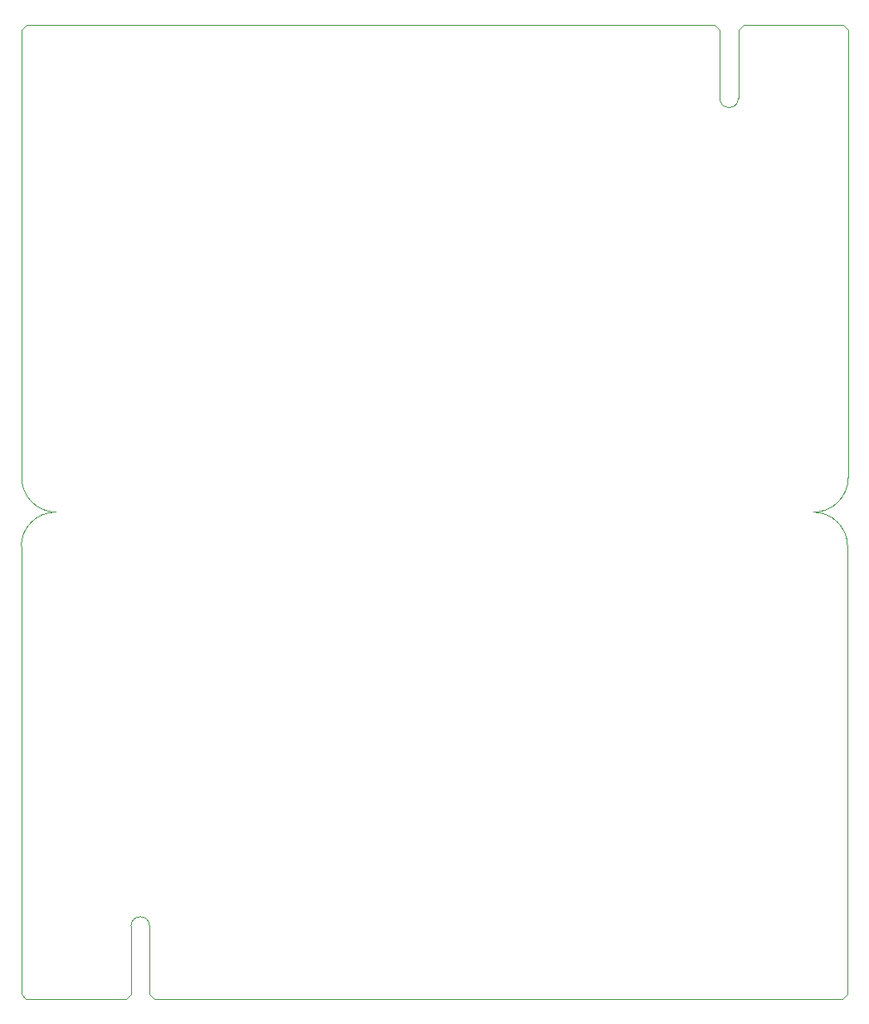
<source format=gbr>
%TF.GenerationSoftware,KiCad,Pcbnew,(5.1.6)-1*%
%TF.CreationDate,2020-06-21T16:42:46+09:00*%
%TF.ProjectId,CAN_Dual_H-Bridge_MD,43414e5f-4475-4616-9c5f-482d42726964,rev?*%
%TF.SameCoordinates,Original*%
%TF.FileFunction,Profile,NP*%
%FSLAX46Y46*%
G04 Gerber Fmt 4.6, Leading zero omitted, Abs format (unit mm)*
G04 Created by KiCad (PCBNEW (5.1.6)-1) date 2020-06-21 16:42:46*
%MOMM*%
%LPD*%
G01*
G04 APERTURE LIST*
%TA.AperFunction,Profile*%
%ADD10C,0.100000*%
%TD*%
G04 APERTURE END LIST*
D10*
X184680000Y-91500000D02*
G75*
G02*
X181180000Y-95000000I-3500000J0D01*
G01*
X100380000Y-91500000D02*
X100380000Y-53750000D01*
X184680000Y-91500000D02*
X184680000Y-53750000D01*
X103880000Y-95000000D02*
G75*
G02*
X100380000Y-91500000I0J3500000D01*
G01*
X100320000Y-98500000D02*
G75*
G02*
X103820000Y-95000000I3500000J0D01*
G01*
X181120000Y-95000000D02*
G75*
G02*
X184620000Y-98500000I0J-3500000D01*
G01*
X100320000Y-98500000D02*
X100320000Y-136250000D01*
X184620000Y-98500000D02*
X184620000Y-136250000D01*
%TO.C,J3*%
X100380000Y-45850000D02*
X100880000Y-45350000D01*
X171580000Y-45850000D02*
X171080000Y-45350000D01*
X173480000Y-45850000D02*
X173980000Y-45350000D01*
X184680000Y-45850000D02*
X184180000Y-45350000D01*
X171080000Y-45350000D02*
X100880000Y-45350000D01*
X100380000Y-53750000D02*
X100380000Y-45850000D01*
X184180000Y-45350000D02*
X173980000Y-45350000D01*
X184680000Y-53750000D02*
X184680000Y-45850000D01*
X171580000Y-52800000D02*
X171580000Y-45850000D01*
X173480000Y-52800000D02*
X173480000Y-45850000D01*
X173480000Y-52800000D02*
G75*
G02*
X171580000Y-52800000I-950000J0D01*
G01*
X111520000Y-137200000D02*
X111520000Y-144150000D01*
X113420000Y-137200000D02*
X113420000Y-144150000D01*
X100320000Y-136250000D02*
X100320000Y-144150000D01*
X100820000Y-144650000D02*
X111020000Y-144650000D01*
X184620000Y-136250000D02*
X184620000Y-144150000D01*
X113920000Y-144650000D02*
X184120000Y-144650000D01*
X100320000Y-144150000D02*
X100820000Y-144650000D01*
X111520000Y-144150000D02*
X111020000Y-144650000D01*
X113420000Y-144150000D02*
X113920000Y-144650000D01*
X184620000Y-144150000D02*
X184120000Y-144650000D01*
X111520000Y-137200000D02*
G75*
G02*
X113420000Y-137200000I950000J0D01*
G01*
%TD*%
M02*

</source>
